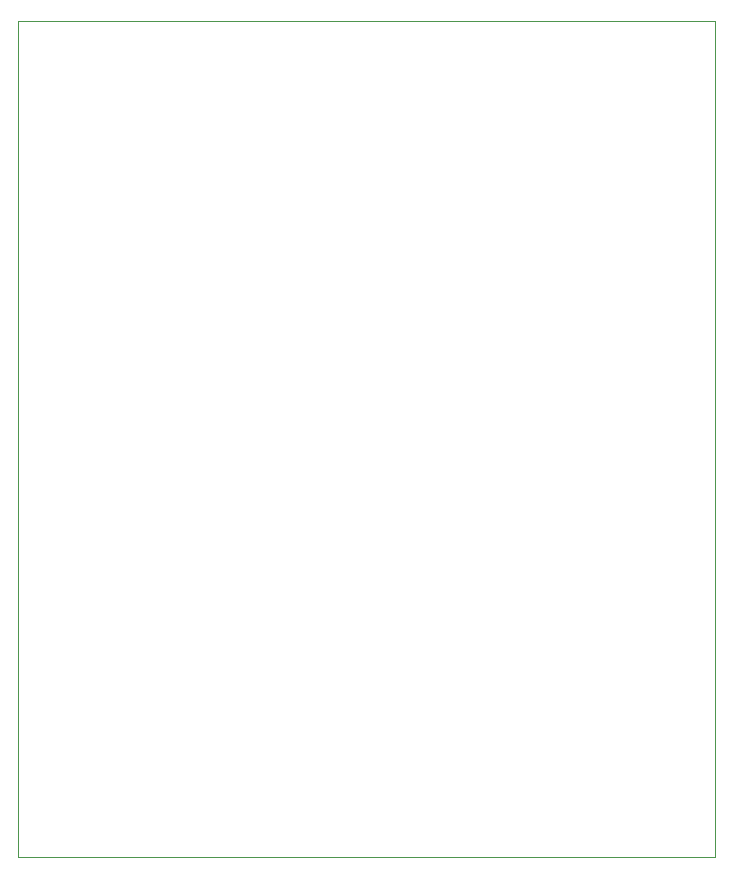
<source format=gm1>
G04 #@! TF.GenerationSoftware,KiCad,Pcbnew,5.99.0+really5.1.10+dfsg1-1*
G04 #@! TF.CreationDate,2022-06-24T16:38:05+05:30*
G04 #@! TF.ProjectId,AB1-4_display,4142312d-345f-4646-9973-706c61792e6b,rev?*
G04 #@! TF.SameCoordinates,Original*
G04 #@! TF.FileFunction,Profile,NP*
%FSLAX46Y46*%
G04 Gerber Fmt 4.6, Leading zero omitted, Abs format (unit mm)*
G04 Created by KiCad (PCBNEW 5.99.0+really5.1.10+dfsg1-1) date 2022-06-24 16:38:05*
%MOMM*%
%LPD*%
G01*
G04 APERTURE LIST*
G04 #@! TA.AperFunction,Profile*
%ADD10C,0.100000*%
G04 #@! TD*
G04 APERTURE END LIST*
D10*
X74345800Y-14376400D02*
X15323820Y-14378940D01*
X74345800Y-85204300D02*
X74345800Y-14376400D01*
X15349220Y-85168740D02*
X74345800Y-85204300D01*
X15323820Y-14378940D02*
X15349220Y-85168740D01*
M02*

</source>
